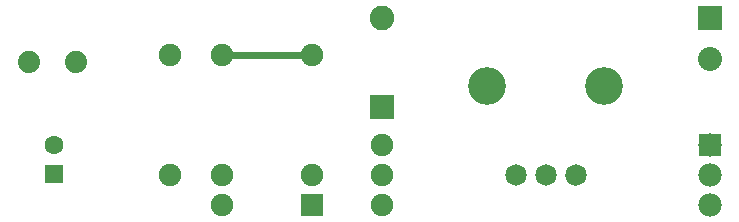
<source format=gbl>
G04 MADE WITH FRITZING*
G04 WWW.FRITZING.ORG*
G04 DOUBLE SIDED*
G04 HOLES PLATED*
G04 CONTOUR ON CENTER OF CONTOUR VECTOR*
%ASAXBY*%
%FSLAX23Y23*%
%MOIN*%
%OFA0B0*%
%SFA1.0B1.0*%
%ADD10C,0.075000*%
%ADD11C,0.071889*%
%ADD12C,0.071917*%
%ADD13C,0.124033*%
%ADD14C,0.078000*%
%ADD15C,0.082000*%
%ADD16C,0.062992*%
%ADD17C,0.074000*%
%ADD18C,0.080000*%
%ADD19C,0.125984*%
%ADD20R,0.078000X0.078000*%
%ADD21R,0.082000X0.082000*%
%ADD22R,0.075000X0.075000*%
%ADD23R,0.062992X0.062992*%
%ADD24R,0.080000X0.080000*%
%ADD25C,0.024000*%
%LNCOPPER0*%
G90*
G70*
G54D10*
X708Y762D03*
X708Y362D03*
G54D11*
X1860Y362D03*
X1960Y362D03*
G54D12*
X2060Y362D03*
G54D13*
X1766Y658D03*
X2154Y658D03*
G54D14*
X2507Y462D03*
X2507Y362D03*
X2507Y262D03*
G54D10*
X1414Y461D03*
X1414Y361D03*
X1414Y261D03*
G54D15*
X1416Y589D03*
X1416Y887D03*
G54D10*
X1180Y261D03*
X1180Y361D03*
X1180Y761D03*
X880Y761D03*
X880Y361D03*
X880Y261D03*
G54D16*
X322Y364D03*
X322Y462D03*
G54D17*
X237Y738D03*
X394Y738D03*
G54D18*
X2508Y887D03*
X2508Y749D03*
G54D19*
X1764Y659D03*
X2154Y659D03*
G54D20*
X2507Y462D03*
G54D21*
X1416Y588D03*
G54D22*
X1180Y261D03*
G54D23*
X322Y364D03*
G54D24*
X2508Y887D03*
G54D25*
X909Y761D02*
X1152Y761D01*
G04 End of Copper0*
M02*
</source>
